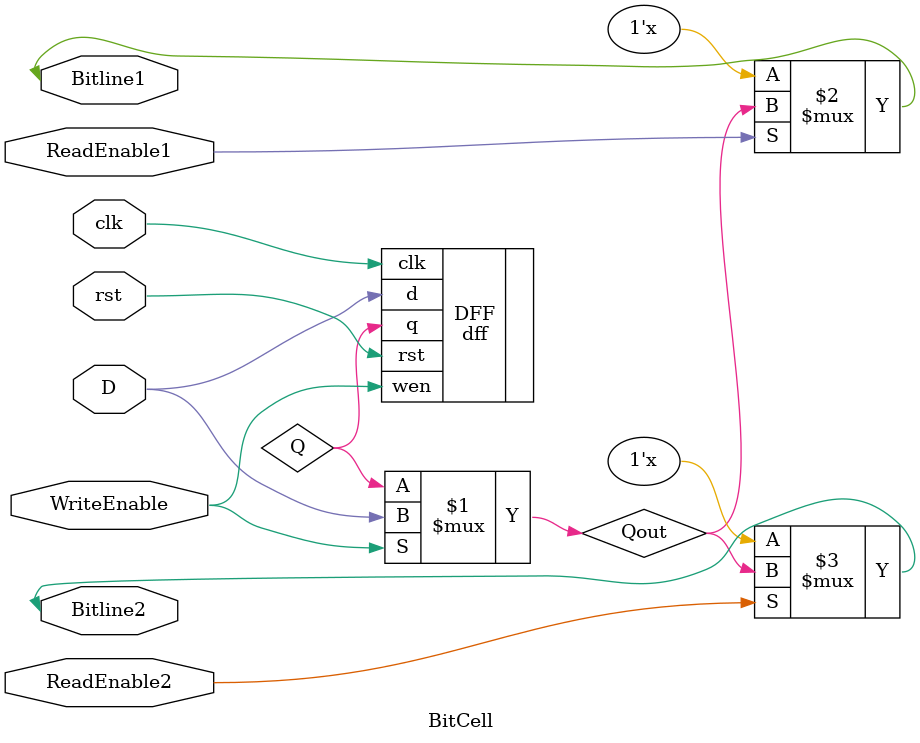
<source format=v>
module BitCell( input clk,  input rst, input D, input WriteEnable, input ReadEnable1, input ReadEnable2, inout Bitline1, inout Bitline2);
wire Q,Qout;
dff DFF(.q(Q), .d(D), .wen(WriteEnable), .clk(clk), .rst(rst));
assign Qout = WriteEnable?D:Q;
bufif1 buf1(Bitline1,Qout,ReadEnable1);
bufif1 buf2(Bitline2,Qout,ReadEnable2);
endmodule

</source>
